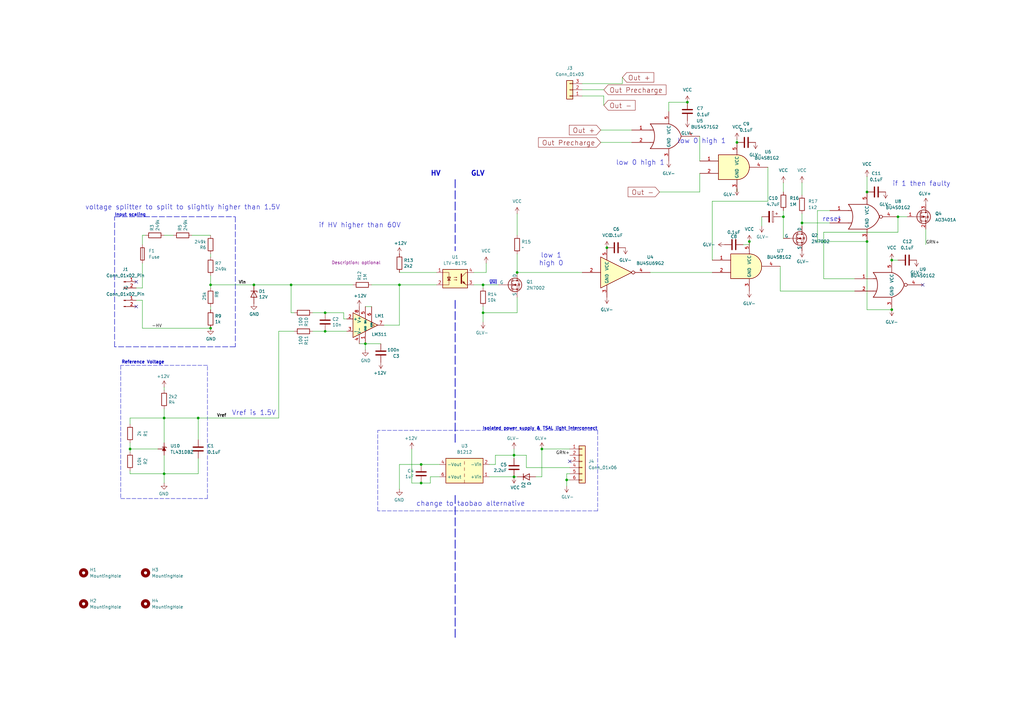
<source format=kicad_sch>
(kicad_sch (version 20231120) (generator "eeschema") (generator_version "8.0")
  (paper "A3")
  (lib_symbols
    (symbol "74xGxx:74AHC1G02"
      (property "Reference" "U" (at -2.54 3.81 0))
      (property "Value" "74AHC1G02" (at 0 -3.81 0))
      (symbol "74AHC1G02_1_1"
        (pin input line (at -15.24 2.54 0) (length 7.62) (name "~") (number "1"))
        (pin input line (at -15.24 -2.54 0) (length 7.62) (name "~") (number "2"))
        (pin power_in line (at 0 -10.16 90) (length 5.08) (name "GND") (number "3"))
        (pin output inverted (at 12.7 0 180) (length 7.62) (name "~") (number "4"))
        (pin power_in line (at 0 10.16 270) (length 5.08) (name "VCC") (number "5"))
      )
    )
    (symbol "74xGxx:74AHC1G04"
      (property "Reference" "U" (at -2.54 3.81 0))
      (property "Value" "74AHC1G04" (at 0 -3.81 0))
      (symbol "74AHC1G04_1_1"
        (pin input line (at -15.24 0 0) (length 7.62) (name "~") (number "2"))
        (pin power_in line (at -5.08 -10.16 90) (length 5.08) (name "GND") (number "3"))
        (pin output inverted (at 12.7 0 180) (length 7.62) (name "~") (number "4"))
        (pin power_in line (at -5.08 10.16 270) (length 5.08) (name "VCC") (number "5"))
      )
    )
    (symbol "74xGxx:74AHC1G08"
      (property "Reference" "U" (at -2.54 3.81 0))
      (property "Value" "74AHC1G08" (at 0 -3.81 0))
      (symbol "74AHC1G08_1_1"
        (pin input line (at -15.24 2.54 0) (length 7.62) (name "~") (number "1"))
        (pin input line (at -15.24 -2.54 0) (length 7.62) (name "~") (number "2"))
        (pin power_in line (at 0 -10.16 90) (length 5.08) (name "GND") (number "3"))
        (pin output line (at 12.7 0 180) (length 7.62) (name "~") (number "4"))
        (pin power_in line (at 0 10.16 270) (length 5.08) (name "VCC") (number "5"))
      )
    )
    (symbol "74xGxx:74AHC1G32"
      (property "Reference" "U" (at -2.54 3.81 0))
      (property "Value" "74AHC1G32" (at 0 -3.81 0))
      (symbol "74AHC1G32_1_1"
        (pin input line (at -15.24 2.54 0) (length 7.62) (name "~") (number "1"))
        (pin input line (at -15.24 -2.54 0) (length 7.62) (name "~") (number "2"))
        (pin power_in line (at 0 -10.16 90) (length 5.08) (name "GND") (number "3"))
        (pin output line (at 12.7 0 180) (length 7.62) (name "~") (number "4"))
        (pin power_in line (at 0 10.16 270) (length 5.08) (name "VCC") (number "5"))
      )
    )
    (symbol "Comparator:LM311" (pin_names (offset 0.127))
      (property "Reference" "U" (at 3.81 6.35 0))
      (property "Value" "LM311" (at 3.81 3.81 0))
      (symbol "LM311_1_1"
        (pin passive line (at 0 -7.62 90) (length 5.08) (name "GND") (number "1"))
        (pin input line (at -7.62 2.54 0) (length 2.54) (name "+") (number "2"))
        (pin input line (at -7.62 -2.54 0) (length 2.54) (name "-") (number "3"))
        (pin power_in line (at -2.54 -7.62 90) (length 3.81) (name "V-") (number "4"))
        (pin input line (at 0 7.62 270) (length 5.08) (name "BAL") (number "5"))
        (pin input line (at 2.54 7.62 270) (length 6.35) (name "STRB") (number "6"))
        (pin open_collector line (at 7.62 0 180) (length 2.54) (name "~") (number "7"))
        (pin power_in line (at -2.54 7.62 270) (length 3.81) (name "V+") (number "8"))
      )
    )
    (symbol "Connector:Conn_01x02_Pin" (pin_names (offset 1.016) hide)
      (property "Reference" "J" (at 0 2.54 0))
      (property "Value" "Conn_01x02_Pin" (at 0 -5.08 0))
      (symbol "Conn_01x02_Pin_1_1"
        (pin passive line (at 5.08 0 180) (length 3.81) (name "Pin_1") (number "1"))
        (pin passive line (at 5.08 -2.54 180) (length 3.81) (name "Pin_2") (number "2"))
      )
    )
    (symbol "Connector_Generic:Conn_01x03" (pin_names (offset 1.016) hide)
      (property "Reference" "J" (at 0 5.08 0))
      (property "Value" "Conn_01x03" (at 0 -5.08 0))
      (symbol "Conn_01x03_1_1"
        (pin passive line (at -5.08 2.54 0) (length 3.81) (name "Pin_1") (number "1"))
        (pin passive line (at -5.08 0 0) (length 3.81) (name "Pin_2") (number "2"))
        (pin passive line (at -5.08 -2.54 0) (length 3.81) (name "Pin_3") (number "3"))
      )
    )
    (symbol "Connector_Generic:Conn_01x06" (pin_names (offset 1.016) hide)
      (property "Reference" "J" (at 0 7.62 0))
      (property "Value" "Conn_01x06" (at 0 -10.16 0))
      (symbol "Conn_01x06_1_1"
        (pin passive line (at -5.08 5.08 0) (length 3.81) (name "Pin_1") (number "1"))
        (pin passive line (at -5.08 2.54 0) (length 3.81) (name "Pin_2") (number "2"))
        (pin passive line (at -5.08 0 0) (length 3.81) (name "Pin_3") (number "3"))
        (pin passive line (at -5.08 -2.54 0) (length 3.81) (name "Pin_4") (number "4"))
        (pin passive line (at -5.08 -5.08 0) (length 3.81) (name "Pin_5") (number "5"))
        (pin passive line (at -5.08 -7.62 0) (length 3.81) (name "Pin_6") (number "6"))
      )
    )
    (symbol "Converter_DCDC:TBA2-1212"
      (property "Reference" "U" (at -6.35 6.35 0))
      (property "Value" "TBA2-1212" (at 2.54 6.35 0))
      (symbol "TBA2-1212_1_1"
        (pin power_in line (at -10.16 2.54 0) (length 2.54) (name "+Vin") (number "1"))
        (pin power_in line (at -10.16 -2.54 0) (length 2.54) (name "-Vin") (number "2"))
        (pin power_out line (at 10.16 -2.54 180) (length 2.54) (name "-Vout") (number "4"))
        (pin power_out line (at 10.16 2.54 180) (length 2.54) (name "+Vout") (number "6"))
      )
    )
    (symbol "Device:C" (pin_numbers hide) (pin_names (offset 0.254))
      (property "Reference" "C" (at 0.635 2.54 0))
      (property "Value" "C" (at 0.635 -2.54 0))
      (symbol "C_1_1"
        (pin passive line (at 0 3.81 270) (length 2.794) (name "~") (number "1"))
        (pin passive line (at 0 -3.81 90) (length 2.794) (name "~") (number "2"))
      )
    )
    (symbol "Device:C_Polarized" (pin_numbers hide) (pin_names (offset 0.254))
      (property "Reference" "C" (at 0.635 2.54 0))
      (property "Value" "C_Polarized" (at 0.635 -2.54 0))
      (symbol "C_Polarized_1_1"
        (pin passive line (at 0 3.81 270) (length 2.794) (name "~") (number "1"))
        (pin passive line (at 0 -3.81 90) (length 2.794) (name "~") (number "2"))
      )
    )
    (symbol "Device:D" (pin_numbers hide) (pin_names (offset 1.016) hide)
      (property "Reference" "D" (at 0 2.54 0))
      (property "Value" "D" (at 0 -2.54 0))
      (symbol "D_1_1"
        (pin passive line (at -3.81 0 0) (length 2.54) (name "K") (number "1"))
        (pin passive line (at 3.81 0 180) (length 2.54) (name "A") (number "2"))
      )
    )
    (symbol "Device:D_Zener" (pin_numbers hide) (pin_names (offset 1.016) hide)
      (property "Reference" "D" (at 0 2.54 0))
      (property "Value" "D_Zener" (at 0 -2.54 0))
      (symbol "D_Zener_1_1"
        (pin passive line (at -3.81 0 0) (length 2.54) (name "K") (number "1"))
        (pin passive line (at 3.81 0 180) (length 2.54) (name "A") (number "2"))
      )
    )
    (symbol "Device:Fuse" (pin_numbers hide) (pin_names (offset 0))
      (property "Reference" "F" (at 2.032 0 90))
      (property "Value" "Fuse" (at -1.905 0 90))
      (symbol "Fuse_1_1"
        (pin passive line (at 0 3.81 270) (length 1.27) (name "~") (number "1"))
        (pin passive line (at 0 -3.81 90) (length 1.27) (name "~") (number "2"))
      )
    )
    (symbol "Device:R" (pin_numbers hide) (pin_names (offset 0))
      (property "Reference" "R" (at 2.032 0 90))
      (property "Value" "R" (at 0 0 90))
      (symbol "R_1_1"
        (pin passive line (at 0 3.81 270) (length 1.27) (name "~") (number "1"))
        (pin passive line (at 0 -3.81 90) (length 1.27) (name "~") (number "2"))
      )
    )
    (symbol "Isolator:LTV-817S" (pin_names (offset 1.016))
      (property "Reference" "U" (at -3.81 5.08 0))
      (property "Value" "LTV-817S" (at 0 -5.08 0))
      (symbol "LTV-817S_1_1"
        (pin passive line (at -7.62 2.54 0) (length 2.54) (name "~") (number "1"))
        (pin passive line (at -7.62 -2.54 0) (length 2.54) (name "~") (number "2"))
        (pin passive line (at 7.62 -2.54 180) (length 2.54) (name "~") (number "3"))
        (pin passive line (at 7.62 2.54 180) (length 2.54) (name "~") (number "4"))
      )
    )
    (symbol "Mechanical:MountingHole" (pin_names (offset 1.016)) (exclude_from_sim yes) (in_bom no)
      (property "Reference" "H" (at 0 5.08 0))
      (property "Value" "MountingHole" (at 0 3.175 0))
    )
    (symbol "Reference_Voltage:TL431DBZ" (pin_numbers hide) (pin_names hide)
      (property "Reference" "U" (at -2.54 2.54 0))
      (property "Value" "TL431DBZ" (at 0 -2.54 0))
      (symbol "TL431DBZ_1_1"
        (pin passive line (at 2.54 0 180) (length 2.54) (name "K") (number "1"))
        (pin passive line (at 0 2.54 270) (length 2.54) (name "REF") (number "2"))
        (pin passive line (at -2.54 0 0) (length 2.54) (name "A") (number "3"))
      )
    )
    (symbol "Simulation_SPICE:NMOS" (pin_numbers hide) (pin_names (offset 0))
      (property "Reference" "Q" (at 5.08 1.27 0))
      (property "Value" "NMOS" (at 5.08 -1.27 0))
      (symbol "NMOS_1_1"
        (pin passive line (at 2.54 5.08 270) (length 2.54) (name "D") (number "1"))
        (pin input line (at -5.08 0 0) (length 2.54) (name "G") (number "2"))
        (pin passive line (at 2.54 -5.08 90) (length 2.54) (name "S") (number "3"))
      )
    )
    (symbol "Transistor_FET:AO3401A" (pin_names hide)
      (property "Reference" "Q" (at 5.08 1.905 0))
      (property "Value" "AO3401A" (at 5.08 0 0))
      (symbol "AO3401A_1_1"
        (pin input line (at -5.08 0 0) (length 2.54) (name "G") (number "1"))
        (pin passive line (at 2.54 -5.08 90) (length 2.54) (name "S") (number "2"))
        (pin passive line (at 2.54 5.08 270) (length 2.54) (name "D") (number "3"))
      )
    )
    (symbol "power-symbol-library:GLV+" (power) (pin_names (offset 0))
      (property "Value" "GLV+" (at 0 3.81 0))
      (symbol "GLV+_1_1"
        (pin power_in line (at 0 0 90) (length 0) hide (name "GLV+") (number "1"))
      )
    )
    (symbol "power-symbol-library:GLV-" (power) (pin_names (offset 0))
      (property "Value" "GLV-" (at 0 3.81 0))
      (symbol "GLV-_1_1"
        (pin power_in line (at 0 0 90) (length 0) hide (name "GLV-") (number "1"))
      )
    )
    (symbol "power:+12V" (power) (pin_numbers hide) (pin_names (offset 0) hide)
      (property "Value" "+12V" (at 0 3.556 0))
      (symbol "+12V_1_1"
        (pin power_in line (at 0 0 90) (length 0) (name "~") (number "1"))
      )
    )
    (symbol "power:GND" (power) (pin_numbers hide) (pin_names (offset 0) hide)
      (property "Value" "GND" (at 0 -3.81 0))
      (symbol "GND_1_1"
        (pin power_in line (at 0 0 270) (length 0) (name "~") (number "1"))
      )
    )
    (symbol "power:VCC" (power) (pin_numbers hide) (pin_names (offset 0) hide)
      (property "Value" "VCC" (at 0 3.556 0))
      (symbol "VCC_1_1"
        (pin power_in line (at 0 0 90) (length 0) (name "~") (number "1"))
      )
    )
  )
  (junction (at 248.92 101.6))
  (junction (at 210.82 186.69))
  (junction (at 355.6 78.74))
  (junction (at 355.6 99.06))
  (junction (at 302.26 58.42))
  (junction (at 307.34 99.06))
  (junction (at 210.82 195.58))
  (junction (at 133.35 128.27))
  (junction (at 149.86 140.97))
  (junction (at 67.31 171.45))
  (junction (at 119.38 116.84))
  (junction (at 163.83 116.84))
  (junction (at 172.72 198.12))
  (junction (at 232.41 196.85))
  (junction (at 198.12 116.84))
  (junction (at 198.12 128.27))
  (junction (at 368.3 88.9))
  (junction (at 365.76 106.68))
  (junction (at 321.31 88.9))
  (junction (at 281.94 41.91))
  (junction (at 86.36 134.62))
  (junction (at 67.31 194.31))
  (junction (at 172.72 190.5))
  (junction (at 212.09 111.76))
  (junction (at 53.34 184.15))
  (junction (at 222.25 184.15))
  (junction (at 365.76 127))
  (junction (at 133.35 135.89))
  (junction (at 328.93 91.44))
  (junction (at 86.36 116.84))
  (junction (at 104.14 116.84))
  (junction (at 81.28 171.45))
  (no_connect (at 55.88 115.57))
  (no_connect (at 378.46 116.84))
  (no_connect (at 55.88 125.73))
  (no_connect (at 233.68 189.23))
  (wire (pts (xy 172.72 198.12) (xy 168.91 198.12)))
  (wire (pts (xy 328.93 91.44) (xy 328.93 92.71)))
  (wire (pts (xy 67.31 186.69) (xy 67.31 194.31)))
  (wire (pts (xy 163.83 116.84) (xy 179.07 116.84)))
  (wire (pts (xy 58.42 134.62) (xy 86.36 134.62)))
  (wire (pts (xy 163.83 133.35) (xy 157.48 133.35)))
  (wire (pts (xy 266.7 111.76) (xy 292.1 111.76)))
  (wire (pts (xy 320.04 119.38) (xy 320.04 109.22)))
  (wire (pts (xy 233.68 191.77) (xy 215.9 191.77)))
  (wire (pts (xy 133.35 135.89) (xy 142.24 135.89)))
  (wire (pts (xy 312.42 92.71) (xy 312.42 88.9)))
  (polyline (pts (xy 245.11 176.53) (xy 245.11 209.55)) (stroke (width 0) (type dash)))
  (wire (pts (xy 86.36 116.84) (xy 104.14 116.84)))
  (wire (pts (xy 168.91 184.15) (xy 168.91 198.12)))
  (wire (pts (xy 67.31 96.52) (xy 71.12 96.52)))
  (wire (pts (xy 163.83 111.76) (xy 179.07 111.76)))
  (wire (pts (xy 198.12 128.27) (xy 198.12 132.08)))
  (wire (pts (xy 86.36 118.11) (xy 86.36 116.84)))
  (wire (pts (xy 203.2 190.5) (xy 200.66 190.5)))
  (polyline (pts (xy 96.52 142.24) (xy 46.99 142.24)) (stroke (width 0.2032) (type dash)))
  (wire (pts (xy 198.12 125.73) (xy 198.12 128.27)))
  (wire (pts (xy 53.34 171.45) (xy 67.31 171.45)))
  (wire (pts (xy 335.28 99.06) (xy 355.6 99.06)))
  (wire (pts (xy 212.09 104.14) (xy 212.09 111.76)))
  (wire (pts (xy 176.53 198.12) (xy 176.53 195.58)))
  (wire (pts (xy 368.3 106.68) (xy 365.76 106.68)))
  (wire (pts (xy 58.42 96.52) (xy 59.69 96.52)))
  (wire (pts (xy 81.28 171.45) (xy 114.3 171.45)))
  (wire (pts (xy 233.68 194.31) (xy 232.41 194.31)))
  (wire (pts (xy 355.6 127) (xy 365.76 127)))
  (polyline (pts (xy 46.99 88.9) (xy 96.52 88.9)) (stroke (width 0.2032) (type dash)))
  (wire (pts (xy 58.42 123.19) (xy 55.88 123.19)))
  (wire (pts (xy 368.3 95.25) (xy 368.3 88.9)))
  (polyline (pts (xy 46.99 142.24) (xy 46.99 88.9)) (stroke (width 0.2032) (type dash)))
  (polyline (pts (xy 245.11 176.53) (xy 154.94 176.53)) (stroke (width 0) (type dash)))
  (wire (pts (xy 119.38 128.27) (xy 120.65 128.27)))
  (wire (pts (xy 328.93 91.44) (xy 340.36 91.44)))
  (wire (pts (xy 232.41 194.31) (xy 232.41 196.85)))
  (wire (pts (xy 355.6 72.39) (xy 355.6 78.74)))
  (wire (pts (xy 212.09 87.63) (xy 212.09 96.52)))
  (wire (pts (xy 200.66 195.58) (xy 210.82 195.58)))
  (polyline (pts (xy 186.69 123.19) (xy 186.69 181.61)) (stroke (width 0.3048) (type dash)))
  (wire (pts (xy 198.12 116.84) (xy 198.12 118.11)))
  (wire (pts (xy 140.97 130.81) (xy 140.97 128.27)))
  (wire (pts (xy 199.39 111.76) (xy 194.31 111.76)))
  (wire (pts (xy 133.35 128.27) (xy 128.27 128.27)))
  (wire (pts (xy 215.9 191.77) (xy 215.9 186.69)))
  (wire (pts (xy 314.96 82.55) (xy 292.1 82.55)))
  (wire (pts (xy 368.3 88.9) (xy 372.11 88.9)))
  (wire (pts (xy 53.34 184.15) (xy 64.77 184.15)))
  (wire (pts (xy 320.04 119.38) (xy 350.52 119.38)))
  (wire (pts (xy 176.53 198.12) (xy 172.72 198.12)))
  (wire (pts (xy 149.86 140.97) (xy 156.21 140.97)))
  (wire (pts (xy 172.72 190.5) (xy 180.34 190.5)))
  (wire (pts (xy 307.34 100.33) (xy 307.34 99.06)))
  (wire (pts (xy 203.2 186.69) (xy 203.2 190.5)))
  (wire (pts (xy 328.93 87.63) (xy 328.93 91.44)))
  (polyline (pts (xy 85.09 204.47) (xy 85.09 149.86)) (stroke (width 0) (type dash)))
  (wire (pts (xy 255.27 31.75) (xy 255.27 34.29)))
  (wire (pts (xy 53.34 181.61) (xy 53.34 184.15)))
  (wire (pts (xy 86.36 104.14) (xy 86.36 105.41)))
  (wire (pts (xy 274.32 41.91) (xy 281.94 41.91)))
  (wire (pts (xy 119.38 116.84) (xy 144.78 116.84)))
  (polyline (pts (xy 85.09 149.86) (xy 49.53 149.86)) (stroke (width 0) (type dash)))
  (wire (pts (xy 58.42 123.19) (xy 58.42 134.62)))
  (wire (pts (xy 340.36 86.36) (xy 335.28 86.36)))
  (wire (pts (xy 212.09 121.92) (xy 212.09 128.27)))
  (wire (pts (xy 232.41 196.85) (xy 232.41 199.39)))
  (wire (pts (xy 321.31 88.9) (xy 321.31 97.79)))
  (wire (pts (xy 247.65 43.18) (xy 247.65 39.37)))
  (wire (pts (xy 53.34 171.45) (xy 53.34 173.99)))
  (polyline (pts (xy 186.69 203.2) (xy 186.69 261.62)) (stroke (width 0.3048) (type dash)))
  (wire (pts (xy 337.82 114.3) (xy 350.52 114.3)))
  (wire (pts (xy 81.28 187.96) (xy 81.28 194.31)))
  (wire (pts (xy 198.12 116.84) (xy 204.47 116.84)))
  (wire (pts (xy 149.86 140.97) (xy 149.86 143.51)))
  (wire (pts (xy 287.02 78.74) (xy 287.02 71.12)))
  (wire (pts (xy 222.25 195.58) (xy 219.71 195.58)))
  (wire (pts (xy 67.31 160.02) (xy 67.31 158.75)))
  (wire (pts (xy 78.74 96.52) (xy 86.36 96.52)))
  (polyline (pts (xy 186.69 73.66) (xy 186.69 102.87)) (stroke (width 0.3048) (type dash)))
  (wire (pts (xy 320.04 88.9) (xy 321.31 88.9)))
  (wire (pts (xy 198.12 116.84) (xy 194.31 116.84)))
  (polyline (pts (xy 96.52 88.9) (xy 96.52 142.24)) (stroke (width 0.2032) (type dash)))
  (wire (pts (xy 212.09 195.58) (xy 210.82 195.58)))
  (wire (pts (xy 152.4 116.84) (xy 163.83 116.84)))
  (wire (pts (xy 142.24 130.81) (xy 140.97 130.81)))
  (wire (pts (xy 335.28 86.36) (xy 335.28 99.06)))
  (wire (pts (xy 81.28 194.31) (xy 67.31 194.31)))
  (wire (pts (xy 163.83 200.66) (xy 163.83 190.5)))
  (wire (pts (xy 114.3 135.89) (xy 114.3 171.45)))
  (wire (pts (xy 233.68 196.85) (xy 232.41 196.85)))
  (wire (pts (xy 222.25 184.15) (xy 222.25 195.58)))
  (wire (pts (xy 67.31 167.64) (xy 67.31 171.45)))
  (wire (pts (xy 302.26 77.47) (xy 302.26 78.74)))
  (wire (pts (xy 337.82 95.25) (xy 368.3 95.25)))
  (wire (pts (xy 53.34 184.15) (xy 53.34 185.42)))
  (wire (pts (xy 302.26 57.15) (xy 302.26 58.42)))
  (wire (pts (xy 163.83 133.35) (xy 163.83 116.84)))
  (wire (pts (xy 212.09 128.27) (xy 198.12 128.27)))
  (wire (pts (xy 215.9 186.69) (xy 210.82 186.69)))
  (wire (pts (xy 176.53 195.58) (xy 180.34 195.58)))
  (wire (pts (xy 58.42 100.33) (xy 58.42 96.52)))
  (wire (pts (xy 58.42 107.95) (xy 58.42 118.11)))
  (wire (pts (xy 321.31 86.36) (xy 321.31 88.9)))
  (wire (pts (xy 246.38 53.34) (xy 259.08 53.34)))
  (wire (pts (xy 104.14 116.84) (xy 119.38 116.84)))
  (wire (pts (xy 86.36 113.03) (xy 86.36 116.84)))
  (wire (pts (xy 210.82 186.69) (xy 203.2 186.69)))
  (wire (pts (xy 53.34 194.31) (xy 67.31 194.31)))
  (wire (pts (xy 328.93 74.93) (xy 328.93 80.01)))
  (wire (pts (xy 67.31 171.45) (xy 67.31 181.61)))
  (wire (pts (xy 114.3 135.89) (xy 120.65 135.89)))
  (wire (pts (xy 314.96 68.58) (xy 314.96 82.55)))
  (wire (pts (xy 86.36 125.73) (xy 86.36 127)))
  (wire (pts (xy 270.51 78.74) (xy 287.02 78.74)))
  (wire (pts (xy 152.4 125.73) (xy 149.86 125.73)))
  (wire (pts (xy 337.82 95.25) (xy 337.82 114.3)))
  (wire (pts (xy 199.39 107.95) (xy 199.39 111.76)))
  (wire (pts (xy 355.6 99.06) (xy 355.6 127)))
  (wire (pts (xy 140.97 128.27) (xy 133.35 128.27)))
  (wire (pts (xy 247.65 39.37) (xy 238.76 39.37)))
  (wire (pts (xy 246.38 58.42) (xy 259.08 58.42)))
  (wire (pts (xy 55.88 118.11) (xy 58.42 118.11)))
  (polyline (pts (xy 49.53 204.47) (xy 85.09 204.47)) (stroke (width 0) (type dash)))
  (polyline (pts (xy 154.94 209.55) (xy 154.94 176.53)) (stroke (width 0) (type dash)))
  (wire (pts (xy 379.73 100.33) (xy 379.73 93.98)))
  (wire (pts (xy 247.65 36.83) (xy 238.76 36.83)))
  (wire (pts (xy 210.82 186.69) (xy 210.82 187.96)))
  (wire (pts (xy 304.8 100.33) (xy 307.34 100.33)))
  (wire (pts (xy 163.83 190.5) (xy 172.72 190.5)))
  (wire (pts (xy 255.27 34.29) (xy 238.76 34.29)))
  (wire (pts (xy 210.82 184.15) (xy 210.82 186.69)))
  (wire (pts (xy 222.25 184.15) (xy 233.68 184.15)))
  (wire (pts (xy 67.31 171.45) (xy 81.28 171.45)))
  (wire (pts (xy 292.1 82.55) (xy 292.1 106.68)))
  (wire (pts (xy 287.02 55.88) (xy 287.02 66.04)))
  (wire (pts (xy 212.09 111.76) (xy 238.76 111.76)))
  (wire (pts (xy 67.31 194.31) (xy 67.31 198.12)))
  (wire (pts (xy 119.38 116.84) (xy 119.38 128.27)))
  (polyline (pts (xy 49.53 149.86) (xy 49.53 204.47)) (stroke (width 0) (type dash)))
  (wire (pts (xy 321.31 74.93) (xy 321.31 78.74)))
  (polyline (pts (xy 245.11 209.55) (xy 154.94 209.55)) (stroke (width 0) (type dash)))
  (wire (pts (xy 53.34 194.31) (xy 53.34 193.04)))
  (wire (pts (xy 128.27 135.89) (xy 133.35 135.89)))
  (wire (pts (xy 81.28 171.45) (xy 81.28 180.34)))
  (wire (pts (xy 274.32 41.91) (xy 274.32 45.72)))
  (wire (pts (xy 147.32 140.97) (xy 149.86 140.97)))
  (text "low 1\nhigh 0\n" (at 226.06 106.426 0) (effects (font (size 2.0066 2.0066))))
  (text "reset\n" (at 341.122 89.916 0) (effects (font (size 2.0066 2.0066))))
  (text "~{VHI}" (at 200.66 116.84 0) (effects (font (size 1.27 1.27) (thickness 0.254) (bold yes)) (justify left bottom)))
  (text "Isolated power supply & TSAL light interconnect" (at 245.11 176.53 0) (effects (font (size 1.27 1.27) (thickness 0.254) (bold yes)) (justify right bottom)))
  (text "Input scaling" (at 46.99 88.9 0) (effects (font (size 1.27 1.27) (thickness 0.254) (bold yes)) (justify left bottom)))
  (text "if 1 then faulty\n" (at 377.952 75.438 0) (effects (font (size 2.0066 2.0066))))
  (text "GLV" (at 193.04 72.39 0) (effects (font (size 2.0066 2.0066) (thickness 0.4013) (bold yes)) (justify left bottom)))
  (text "Vref is 1.5V\n" (at 104.14 169.418 0) (effects (font (size 2.0066 2.0066))))
  (text "HV" (at 176.53 72.39 0) (effects (font (size 2.0066 2.0066) (thickness 0.4013) (bold yes)) (justify left bottom)))
  (text "low 0 high 1\n" (at 287.782 57.912 0) (effects (font (size 2.0066 2.0066))))
  (text "if HV higher than 60V " (at 148.336 92.456 0) (effects (font (size 2.0066 2.0066))))
  (text "low 0 high 1\n" (at 262.636 66.802 0) (effects (font (size 2.0066 2.0066))))
  (text "Reference Voltage" (at 49.784 149.352 0) (effects (font (size 1.27 1.27) (thickness 0.254) (bold yes)) (justify left bottom)))
  (text "voltage splitter to split to slightly higher than 1.5V" (at 74.93 85.09 0) (effects (font (size 2.0066 2.0066))))
  (text "change to taobao alternative\n\n" (at 193.04 208.28 0) (effects (font (size 2.0066 2.0066))))
  (label "Vref" (at 88.9 171.45 0) (effects (font (thickness 0.254) (bold yes))))
  (label "Vin" (at 97.79 116.84 0) (effects (font (thickness 0.254) (bold yes))))
  (label "GRN+" (at 233.68 186.69 180))
  (label "GRN+" (at 379.73 100.33 0))
  (label "-HV" (at 62.23 134.62 0))
  (global_label "Out Precharge" (shape input) (at 246.38 58.42 180) (effects (font (size 2.0066 2.0066))) (property "Intersheetrefs" "${INTERSHEET_REFS}" (effects (hide yes))))
  (global_label "Out +" (shape input) (at 255.27 31.75 0) (effects (font (size 2.0066 2.0066))) (property "Intersheetrefs" "${INTERSHEET_REFS}" (effects (hide yes))))
  (global_label "Out -" (shape input) (at 247.65 43.18 0) (effects (font (size 2.0066 2.0066))) (property "Intersheetrefs" "${INTERSHEET_REFS}" (effects (hide yes))))
  (global_label "Out -" (shape input) (at 270.51 78.74 180) (effects (font (size 2.0066 2.0066))) (property "Intersheetrefs" "${INTERSHEET_REFS}" (effects (hide yes))))
  (global_label "Out Precharge" (shape input) (at 247.65 36.83 0) (effects (font (size 2.0066 2.0066))) (property "Intersheetrefs" "${INTERSHEET_REFS}" (effects (hide yes))))
  (global_label "Out +" (shape input) (at 246.38 53.34 180) (effects (font (size 2.0066 2.0066))) (property "Intersheetrefs" "${INTERSHEET_REFS}" (effects (hide yes))))
  (symbol (lib_id "Mechanical:MountingHole") (at 34.29 234.95 0) (unit 1) (exclude_from_sim yes) (in_bom no)
    (property "Reference" "H1" (at 36.83 233.6799 0) (effects (justify left)))
    (property "Value" "MountingHole" (at 36.83 236.2199 0) (effects (justify left)))
    (property "Footprint" "MountingHole:MountingHole_3.2mm_M3" (effects (hide yes)))
    (property "Description" "Mounting Hole without connection" (effects (hide yes)))
  )
  (symbol (lib_id "power:VCC") (at 248.92 101.6 0) (unit 1)
    (property "Reference" "#PWR018" (effects (hide yes)))
    (property "Value" "VCC" (at 248.92 96.52 0))
    (property "Description" "Power symbol creates a global label with name \"VCC\"" (effects (hide yes)))
  )
  (symbol (lib_id "power-symbol-library:GLV-") (at 365.76 127 180) (unit 1)
    (property "Reference" "#PWR037" (effects (hide yes)))
    (property "Value" "GLV-" (at 365.76 132.08 0))
  )
  (symbol (lib_id "power:VCC") (at 212.09 87.63 0) (unit 1)
    (property "Reference" "#PWR015" (effects (hide yes)))
    (property "Value" "VCC" (at 212.09 82.55 0))
    (property "Description" "Power symbol creates a global label with name \"VCC\"" (effects (hide yes)))
  )
  (symbol (lib_id "power-symbol-library:GLV-") (at 256.54 101.6 180) (unit 1)
    (property "Reference" "#PWR020" (effects (hide yes)))
    (property "Value" "GLV-" (at 256.54 106.68 0))
  )
  (symbol (lib_id "Connector:Conn_01x02_Pin") (at 50.8 123.19 0) (unit 1)
    (property "Reference" "J2" (at 51.435 118.11 0))
    (property "Value" "Conn_01x02_Pin" (at 51.435 120.65 0))
    (property "Footprint" "Connector_AMASS:AMASS_XT60-M_1x02_P7.20mm_Vertical" (effects (hide yes)))
    (property "Description" "Generic connector, single row, 01x02, script generated" (effects (hide yes)))
  )
  (symbol (lib_id "power:VCC") (at 307.34 99.06 0) (unit 1)
    (property "Reference" "#PWR027" (effects (hide yes)))
    (property "Value" "VCC" (at 307.34 93.98 0))
    (property "Description" "Power symbol creates a global label with name \"VCC\"" (effects (hide yes)))
  )
  (symbol (lib_id "power:VCC") (at 281.94 41.91 0) (unit 1)
    (property "Reference" "#PWR022" (effects (hide yes)))
    (property "Value" "VCC" (at 281.94 36.83 0))
    (property "Description" "Power symbol creates a global label with name \"VCC\"" (effects (hide yes)))
  )
  (symbol (lib_id "Device:R") (at 53.34 177.8 0) (unit 1)
    (property "Reference" "R1" (at 59.69 177.8 90))
    (property "Value" "2k" (at 57.15 177.8 90))
    (property "Footprint" "Resistor_SMD:R_0805_2012Metric_Pad1.20x1.40mm_HandSolder" (effects (hide yes)))
    (property "Description" "Resistor" (effects (hide yes)))
  )
  (symbol (lib_id "power:VCC") (at 321.31 74.93 0) (unit 1)
    (property "Reference" "#PWR031" (effects (hide yes)))
    (property "Value" "VCC" (at 321.31 69.85 0))
    (property "Description" "Power symbol creates a global label with name \"VCC\"" (effects (hide yes)))
  )
  (symbol (lib_id "Device:D") (at 215.9 195.58 0) (mirror x) (unit 1)
    (property "Reference" "D2" (at 214.7316 197.5866 90) (effects (justify left)))
    (property "Value" "D" (at 217.043 197.5866 90) (effects (justify left)))
    (property "Footprint" "Diode_SMD:D_SMA" (effects (hide yes)))
  )
  (symbol (lib_id "power-symbol-library:GLV-") (at 312.42 92.71 0) (mirror x) (unit 1)
    (property "Reference" "#PWR030" (effects (hide yes)))
    (property "Value" "GLV-" (at 312.801 97.1042 0))
  )
  (symbol (lib_id "Device:R") (at 163.83 107.95 0) (unit 1)
    (property "Reference" "R13" (at 165.608 106.7816 0) (effects (justify left)))
    (property "Value" "2k2" (at 165.608 109.093 0) (effects (justify left)))
    (property "Footprint" "Resistor_SMD:R_0805_2012Metric_Pad1.20x1.40mm_HandSolder" (effects (hide yes)))
  )
  (symbol (lib_id "power-symbol-library:GLV-") (at 210.82 184.15 0) (mirror y) (unit 1)
    (property "Reference" "#PWR013" (effects (hide yes)))
    (property "Value" "GLV-" (at 210.439 179.7558 0))
  )
  (symbol (lib_id "power:GND") (at 67.31 198.12 0) (mirror y) (unit 1)
    (property "Reference" "#PWR02" (effects (hide yes)))
    (property "Value" "GND" (at 67.183 202.5142 0))
  )
  (symbol (lib_id "Device:C") (at 252.73 101.6 270) (unit 1)
    (property "Reference" "C6" (at 252.73 93.98 90))
    (property "Value" "0.1uF" (at 252.73 96.52 90))
    (property "Footprint" "Capacitor_SMD:C_0805_2012Metric_Pad1.18x1.45mm_HandSolder" (effects (hide yes)))
    (property "Description" "Unpolarized capacitor" (effects (hide yes)))
  )
  (symbol (lib_id "power:VCC") (at 199.39 107.95 0) (unit 1)
    (property "Reference" "#PWR012" (effects (hide yes)))
    (property "Value" "VCC" (at 199.39 102.87 0))
    (property "Description" "Power symbol creates a global label with name \"VCC\"" (effects (hide yes)))
  )
  (symbol (lib_id "power-symbol-library:GLV-") (at 281.94 49.53 180) (unit 1)
    (property "Reference" "#PWR023" (effects (hide yes)))
    (property "Value" "GLV-" (at 281.94 54.61 0))
  )
  (symbol (lib_id "Device:C") (at 156.21 144.78 180) (unit 1)
    (property "Reference" "C3" (at 163.83 146.05 0) (effects (justify left)))
    (property "Value" "100n" (at 163.83 143.51 0) (effects (justify left)))
    (property "Footprint" "Capacitor_SMD:C_0805_2012Metric_Pad1.18x1.45mm_HandSolder" (effects (hide yes)))
  )
  (symbol (lib_id "power-symbol-library:GLV-") (at 248.92 121.92 180) (unit 1)
    (property "Reference" "#PWR019" (effects (hide yes)))
    (property "Value" "GLV-" (at 248.92 127 0))
  )
  (symbol (lib_id "Connector:Conn_01x02_Pin") (at 50.8 115.57 0) (unit 1)
    (property "Reference" "J1" (at 51.435 110.49 0))
    (property "Value" "Conn_01x02_Pin" (at 51.435 113.03 0))
    (property "Footprint" "Connector_AMASS:AMASS_XT60-M_1x02_P7.20mm_Vertical" (effects (hide yes)))
    (property "Description" "Generic connector, single row, 01x02, script generated" (effects (hide yes)))
  )
  (symbol (lib_id "74xGxx:74AHC1G08") (at 302.26 68.58 0) (unit 1)
    (property "Reference" "U6" (at 314.96 62.2614 0))
    (property "Value" "BU4S81G2 " (at 314.96 64.8014 0))
    (property "Footprint" "Package_TO_SOT_SMD:SOT-23-5_HandSoldering" (effects (hide yes)))
    (property "Datasheet" "https://fscdn.rohm.com/en/products/databook/datasheet/ic/logic_switch/standard_logic/bu4s81g2-e.pdf" (effects (hide yes)))
    (property "Description" "Single AND Gate, Low-Voltage CMOS" (effects (hide yes)))
  )
  (symbol (lib_id "Comparator:LM311") (at 149.86 133.35 0) (unit 1)
    (property "Reference" "LM1" (at 153.67 129.54 0) (effects (justify left)))
    (property "Value" "LM311" (at 152.4 137.16 0) (effects (justify left)))
    (property "Footprint" "Package_SO:SOIC-8_3.9x4.9mm_P1.27mm" (effects (hide yes)))
    (property "Datasheet" "http://www.ti.com/lit/ds/symlink/lm311.pdf" (effects (hide yes)))
  )
  (symbol (lib_id "Device:D_Zener") (at 104.14 120.65 270) (unit 1)
    (property "Reference" "D1" (at 106.1466 119.4816 90) (effects (justify left)))
    (property "Value" "12V" (at 106.1466 121.793 90) (effects (justify left)))
    (property "Footprint" "Diode_THT:D_DO-35_SOD27_P7.62mm_Horizontal" (effects (hide yes)))
  )
  (symbol (lib_id "power-symbol-library:GLV+") (at 379.73 83.82 0) (mirror y) (unit 1)
    (property "Reference" "#PWR039" (effects (hide yes)))
    (property "Value" "GLV+" (at 379.349 79.4258 0))
  )
  (symbol (lib_id "Device:R") (at 328.93 83.82 0) (unit 1)
    (property "Reference" "R17" (at 331.47 82.5499 0) (effects (justify left)))
    (property "Value" "1k2" (at 331.47 85.0899 0) (effects (justify left)))
    (property "Footprint" "Resistor_SMD:R_0805_2012Metric_Pad1.20x1.40mm_HandSolder" (effects (hide yes)))
    (property "Description" "Resistor" (effects (hide yes)))
  )
  (symbol (lib_id "Device:R") (at 321.31 82.55 0) (unit 1)
    (property "Reference" "R16" (at 323.85 81.2799 0) (effects (justify left)))
    (property "Value" "1M" (at 323.85 83.8199 0) (effects (justify left)))
    (property "Footprint" "Resistor_SMD:R_0805_2012Metric_Pad1.20x1.40mm_HandSolder" (effects (hide yes)))
    (property "Description" "Resistor" (effects (hide yes)))
  )
  (symbol (lib_id "power:+12V") (at 147.32 125.73 0) (unit 1)
    (property "Reference" "#PWR05" (effects (hide yes)))
    (property "Value" "+12V" (at 147.701 121.3358 0))
  )
  (symbol (lib_id "Simulation_SPICE:NMOS") (at 326.39 97.79 0) (unit 1)
    (property "Reference" "Q2" (at 332.74 96.5199 0) (effects (justify left)))
    (property "Value" "2N7002" (at 332.74 99.0599 0) (effects (justify left)))
    (property "Footprint" "Package_TO_SOT_SMD:SOT-23_Handsoldering" (effects (hide yes)))
    (property "Datasheet" "https://ngspice.sourceforge.io/docs/ngspice-html-manual/manual.xhtml#cha_MOSFETs" (effects (hide yes)))
    (property "Description" "N-MOSFET transistor, drain/source/gate" (effects (hide yes)))
    (property "Sim.Device" "NMOS" (effects (hide yes)))
    (property "Sim.Type" "VDMOS" (effects (hide yes)))
    (property "Sim.Pins" "1=D 2=G 3=S" (effects (hide yes)))
  )
  (symbol (lib_id "power:GND") (at 86.36 134.62 0) (unit 1)
    (property "Reference" "#PWR03" (effects (hide yes)))
    (property "Value" "GND" (at 86.487 139.0142 0))
  )
  (symbol (lib_id "power-symbol-library:GLV-") (at 232.41 199.39 0) (mirror x) (unit 1)
    (property "Reference" "#PWR017" (effects (hide yes)))
    (property "Value" "GLV-" (at 232.791 203.7842 0))
  )
  (symbol (lib_id "Device:R") (at 86.36 109.22 0) (unit 1)
    (property "Reference" "R7" (at 88.138 108.0516 0) (effects (justify left)))
    (property "Value" "249k" (at 88.138 110.363 0) (effects (justify left)))
    (property "Footprint" "Resistor_SMD:R_0805_2012Metric_Pad1.20x1.40mm_HandSolder" (effects (hide yes)))
  )
  (symbol (lib_id "power-symbol-library:GLV-") (at 307.34 119.38 180) (unit 1)
    (property "Reference" "#PWR028" (effects (hide yes)))
    (property "Value" "GLV-" (at 307.34 124.46 0))
  )
  (symbol (lib_id "74xGxx:74AHC1G02") (at 355.6 88.9 0) (unit 1)
    (property "Reference" "U8" (at 368.3 82.5814 0))
    (property "Value" "BU4S01G2" (at 368.3 85.1214 0))
    (property "Footprint" "Package_TO_SOT_SMD:SOT-23-5_HandSoldering" (effects (hide yes)))
    (property "Datasheet" "https://fscdn.rohm.com/en/products/databook/datasheet/ic/logic_switch/standard_logic/bu4s01g2tr-e.pdf" (effects (hide yes)))
    (property "Description" "Single NOR Gate, Low-Voltage CMOS" (effects (hide yes)))
  )
  (symbol (lib_id "Device:C") (at 81.28 184.15 0) (unit 1)
    (property "Reference" "C1" (at 85.09 182.8799 0) (effects (justify left)))
    (property "Value" "0.1uF" (at 85.09 185.4199 0) (effects (justify left)))
    (property "Footprint" "Capacitor_SMD:C_0805_2012Metric_Pad1.18x1.45mm_HandSolder" (effects (hide yes)))
    (property "Description" "Unpolarized capacitor" (effects (hide yes)))
  )
  (symbol (lib_id "Device:C") (at 306.07 58.42 270) (unit 1)
    (property "Reference" "C9" (at 306.07 50.8 90))
    (property "Value" "0.1uF" (at 306.07 53.34 90))
    (property "Footprint" "Capacitor_SMD:C_0805_2012Metric_Pad1.18x1.45mm_HandSolder" (effects (hide yes)))
    (property "Description" "Unpolarized capacitor" (effects (hide yes)))
  )
  (symbol (lib_id "74xGxx:74AHC1G08") (at 307.34 109.22 0) (unit 1)
    (property "Reference" "U7" (at 320.04 102.9014 0))
    (property "Value" "BU4S81G2 " (at 320.04 105.4414 0))
    (property "Footprint" "Package_TO_SOT_SMD:SOT-23-5_HandSoldering" (effects (hide yes)))
    (property "Datasheet" "https://fscdn.rohm.com/en/products/databook/datasheet/ic/logic_switch/standard_logic/bu4s81g2-e.pdf" (effects (hide yes)))
    (property "Description" "Single AND Gate, Low-Voltage CMOS" (effects (hide yes)))
  )
  (symbol (lib_id "power:+12V") (at 67.31 158.75 0) (mirror y) (unit 1)
    (property "Reference" "#PWR01" (effects (hide yes)))
    (property "Value" "+12V" (at 66.929 154.3558 0))
  )
  (symbol (lib_id "Device:C") (at 281.94 45.72 180) (unit 1)
    (property "Reference" "C7" (at 285.75 44.4499 0) (effects (justify right)))
    (property "Value" "0.1uF" (at 285.75 46.9899 0) (effects (justify right)))
    (property "Footprint" "Capacitor_SMD:C_0805_2012Metric_Pad1.18x1.45mm_HandSolder" (effects (hide yes)))
    (property "Description" "Unpolarized capacitor" (effects (hide yes)))
  )
  (symbol (lib_id "Device:R") (at 63.5 96.52 90) (unit 1)
    (property "Reference" "R3" (at 62.3316 94.742 0) (effects (justify left)))
    (property "Value" "249k" (at 64.643 94.742 0) (effects (justify left)))
    (property "Footprint" "Resistor_SMD:R_0805_2012Metric_Pad1.20x1.40mm_HandSolder" (effects (hide yes)))
  )
  (symbol (lib_id "Device:R") (at 67.31 163.83 0) (mirror x) (unit 1)
    (property "Reference" "R4" (at 69.088 164.9984 0) (effects (justify left)))
    (property "Value" "2k2" (at 69.088 162.687 0) (effects (justify left)))
    (property "Footprint" "Resistor_SMD:R_0805_2012Metric_Pad1.20x1.40mm_HandSolder" (effects (hide yes)))
  )
  (symbol (lib_id "power-symbol-library:GLV-") (at 328.93 102.87 0) (mirror x) (unit 1)
    (property "Reference" "#PWR033" (effects (hide yes)))
    (property "Value" "GLV-" (at 329.311 107.2642 0))
  )
  (symbol (lib_id "power:VCC") (at 210.82 195.58 0) (mirror x) (unit 1)
    (property "Reference" "#PWR014" (effects (hide yes)))
    (property "Value" "VCC" (at 211.2772 199.9742 0))
  )
  (symbol (lib_id "power:+12V") (at 163.83 104.14 0) (unit 1)
    (property "Reference" "#PWR08" (effects (hide yes)))
    (property "Value" "+12V" (at 164.211 99.7458 0))
  )
  (symbol (lib_id "power:VCC") (at 355.6 72.39 0) (unit 1)
    (property "Reference" "#PWR034" (effects (hide yes)))
    (property "Value" "VCC" (at 355.6 67.31 0))
    (property "Description" "Power symbol creates a global label with name \"VCC\"" (effects (hide yes)))
  )
  (symbol (lib_id "Device:R") (at 124.46 128.27 270) (unit 1)
    (property "Reference" "R10" (at 125.6284 130.048 0) (effects (justify left)))
    (property "Value" "100" (at 123.317 130.048 0) (effects (justify left)))
    (property "Footprint" "Resistor_SMD:R_0805_2012Metric_Pad1.20x1.40mm_HandSolder" (effects (hide yes)))
  )
  (symbol (lib_id "power-symbol-library:GLV+") (at 222.25 184.15 0) (mirror y) (unit 1)
    (property "Reference" "#PWR016" (effects (hide yes)))
    (property "Value" "GLV+" (at 221.869 179.7558 0))
  )
  (symbol (lib_id "Device:R") (at 148.59 116.84 90) (unit 1)
    (property "Reference" "R12" (at 147.4216 115.062 0) (effects (justify left)))
    (property "Value" "1M" (at 149.733 115.062 0) (effects (justify left)))
    (property "Footprint" "Resistor_SMD:R_0805_2012Metric_Pad1.20x1.40mm_HandSolder" (effects (hide yes)))
    (property "Description" "optional" (at 146.05 107.696 90) (show_name yes))
  )
  (symbol (lib_id "power-symbol-library:GLV-") (at 375.92 106.68 180) (unit 1)
    (property "Reference" "#PWR038" (effects (hide yes)))
    (property "Value" "GLV-" (at 375.92 111.76 0))
  )
  (symbol (lib_id "Connector_Generic:Conn_01x06") (at 238.76 189.23 0) (unit 1)
    (property "Reference" "J4" (at 241.3 189.2299 0) (effects (justify left)))
    (property "Value" "Conn_01x06" (at 241.3 191.7699 0) (effects (justify left)))
    (property "Footprint" "Connector_JST:JST_VH_B6P-VH_1x06_P3.96mm_Vertical" (effects (hide yes)))
    (property "Description" "Generic connector, single row, 01x06, script generated (kicad-library-utils/schlib/autogen/connector/)" (effects (hide yes)))
  )
  (symbol (lib_id "Device:R") (at 198.12 121.92 0) (unit 1)
    (property "Reference" "R14" (at 199.898 120.7516 0) (effects (justify left)))
    (property "Value" "10k" (at 199.898 123.063 0) (effects (justify left)))
    (property "Footprint" "Resistor_SMD:R_0805_2012Metric_Pad1.20x1.40mm_HandSolder" (effects (hide yes)))
  )
  (symbol (lib_id "Device:C") (at 172.72 194.31 0) (mirror y) (unit 1)
    (property "Reference" "C4" (at 169.799 193.1416 0) (effects (justify left)))
    (property "Value" "1uF" (at 169.799 195.453 0) (effects (justify left)))
    (property "Footprint" "Capacitor_SMD:C_0805_2012Metric_Pad1.18x1.45mm_HandSolder" (effects (hide yes)))
  )
  (symbol (lib_id "Device:R") (at 74.93 96.52 90) (unit 1)
    (property "Reference" "R5" (at 73.7616 94.742 0) (effects (justify left)))
    (property "Value" "249k" (at 76.073 94.742 0) (effects (justify left)))
    (property "Footprint" "Resistor_SMD:R_0805_2012Metric_Pad1.20x1.40mm_HandSolder" (effects (hide yes)))
  )
  (symbol (lib_id "Device:R") (at 86.36 130.81 0) (unit 1)
    (property "Reference" "R9" (at 88.138 129.6416 0) (effects (justify left)))
    (property "Value" "1k" (at 88.138 131.953 0) (effects (justify left)))
    (property "Footprint" "Resistor_SMD:R_0805_2012Metric_Pad1.20x1.40mm_HandSolder" (effects (hide yes)))
  )
  (symbol (lib_id "Device:R") (at 53.34 189.23 0) (unit 1)
    (property "Reference" "R2" (at 59.69 189.23 90))
    (property "Value" "10k" (at 57.15 189.23 90))
    (property "Footprint" "Resistor_SMD:R_0805_2012Metric_Pad1.20x1.40mm_HandSolder" (effects (hide yes)))
    (property "Description" "Resistor" (effects (hide yes)))
  )
  (symbol (lib_id "Transistor_FET:AO3401A") (at 377.19 88.9 0) (unit 1)
    (property "Reference" "Q4" (at 383.54 87.6299 0) (effects (justify left)))
    (property "Value" "AO3401A" (at 383.54 90.1699 0) (effects (justify left)))
    (property "Footprint" "Package_TO_SOT_SMD:SOT-23_Handsoldering" (effects (hide yes)))
    (property "Datasheet" "http://www.aosmd.com/pdfs/datasheet/AO3401A.pdf" (effects (hide yes)))
    (property "Description" "-4.0A Id, -30V Vds, P-Channel MOSFET, SOT-23" (effects (hide yes)))
  )
  (symbol (lib_id "power:VCC") (at 302.26 57.15 0) (unit 1)
    (property "Reference" "#PWR025" (effects (hide yes)))
    (property "Value" "VCC" (at 302.26 52.07 0))
    (property "Description" "Power symbol creates a global label with name \"VCC\"" (effects (hide yes)))
  )
  (symbol (lib_id "Device:R") (at 212.09 100.33 0) (unit 1)
    (property "Reference" "R15" (at 213.868 99.1616 0) (effects (justify left)))
    (property "Value" "~" (at 213.868 101.473 0) (effects (justify left)))
    (property "Footprint" "Resistor_SMD:R_0805_2012Metric_Pad1.20x1.40mm_HandSolder" (effects (hide yes)))
  )
  (symbol (lib_id "power-symbol-library:GLV-") (at 297.18 100.33 90) (unit 1)
    (property "Reference" "#PWR024" (effects (hide yes)))
    (property "Value" "GLV-" (at 293.37 100.3301 90) (effects (justify left)))
  )
  (symbol (lib_id "Device:C") (at 372.11 106.68 270) (unit 1)
    (property "Reference" "C12" (at 372.11 99.06 90))
    (property "Value" "0.1uF" (at 372.11 101.6 90))
    (property "Footprint" "Capacitor_SMD:C_0805_2012Metric_Pad1.18x1.45mm_HandSolder" (effects (hide yes)))
    (property "Description" "Unpolarized capacitor" (effects (hide yes)))
  )
  (symbol (lib_id "power-symbol-library:GLV-") (at 274.32 66.04 180) (unit 1)
    (property "Reference" "#PWR021" (effects (hide yes)))
    (property "Value" "GLV-" (at 274.32 71.12 0))
  )
  (symbol (lib_id "power:+12V") (at 168.91 184.15 0) (mirror y) (unit 1)
    (property "Reference" "#PWR010" (effects (hide yes)))
    (property "Value" "+12V" (at 168.529 179.7558 0))
  )
  (symbol (lib_id "Reference_Voltage:TL431DBZ") (at 67.31 184.15 90) (unit 1)
    (property "Reference" "U10" (at 69.85 182.8799 90) (effects (justify right)))
    (property "Value" "TL431DBZ" (at 69.85 185.4199 90) (effects (justify right)))
    (property "Footprint" "Package_TO_SOT_SMD:SOT-23_Handsoldering" (effects (hide yes)))
    (property "Datasheet" "http://www.ti.com/lit/ds/symlink/tl431.pdf" (effects (hide yes)))
    (property "Description" "Shunt Regulator, SOT-23" (effects (hide yes)))
  )
  (symbol (lib_id "power-symbol-library:GLV-") (at 198.12 132.08 180) (unit 1)
    (property "Reference" "#PWR011" (effects (hide yes)))
    (property "Value" "GLV-" (at 197.739 136.4742 0))
  )
  (symbol (lib_id "74xGxx:74AHC1G04") (at 254 111.76 0) (unit 1)
    (property "Reference" "U4" (at 266.7 105.4414 0))
    (property "Value" "BU4SU69G2" (at 266.7 107.9814 0))
    (property "Footprint" "Package_TO_SOT_SMD:SOT-23-5_HandSoldering" (effects (hide yes)))
    (property "Datasheet" "https://fscdn.rohm.com/en/products/databook/datasheet/ic/logic_switch/standard_logic/bu4su69g2-e.pdf" (effects (hide yes)))
    (property "Description" "Single NOT Gate, Low-Voltage CMOS" (effects (hide yes)))
  )
  (symbol (lib_id "Mechanical:MountingHole") (at 59.69 247.65 0) (unit 1) (exclude_from_sim yes) (in_bom no)
    (property "Reference" "H4" (at 62.23 246.3799 0) (effects (justify left)))
    (property "Value" "MountingHole" (at 62.23 248.9199 0) (effects (justify left)))
    (property "Footprint" "MountingHole:MountingHole_3.2mm_M3" (effects (hide yes)))
    (property "Description" "Mounting Hole without connection" (effects (hide yes)))
  )
  (symbol (lib_id "Device:Fuse") (at 58.42 104.14 0) (unit 1)
    (property "Reference" "F1" (at 60.96 102.8699 0) (effects (justify left)))
    (property "Value" "Fuse" (at 60.96 105.4099 0) (effects (justify left)))
    (property "Footprint" "Fuse:Fuse_0805_2012Metric_Pad1.15x1.40mm_HandSolder" (effects (hide yes)))
    (property "Description" "Fuse" (effects (hide yes)))
  )
  (symbol (lib_id "Mechanical:MountingHole") (at 59.69 234.95 0) (unit 1) (exclude_from_sim yes) (in_bom no)
    (property "Reference" "H3" (at 62.23 233.6799 0) (effects (justify left)))
    (property "Value" "MountingHole" (at 62.23 236.2199 0) (effects (justify left)))
    (property "Footprint" "MountingHole:MountingHole_3.2mm_M3" (effects (hide yes)))
    (property "Description" "Mounting Hole without connection" (effects (hide yes)))
  )
  (symbol (lib_id "power:+12V") (at 156.21 148.59 180) (unit 1)
    (property "Reference" "#PWR07" (effects (hide yes)))
    (property "Value" "+12V" (at 155.829 152.9842 0))
  )
  (symbol (lib_id "Device:R") (at 86.36 100.33 180) (unit 1)
    (property "Reference" "R6" (at 84.582 101.4984 0) (effects (justify left)))
    (property "Value" "249k" (at 84.582 99.187 0) (effects (justify left)))
    (property "Footprint" "Resistor_SMD:R_0805_2012Metric_Pad1.20x1.40mm_HandSolder" (effects (hide yes)))
  )
  (symbol (lib_id "Device:C") (at 359.41 78.74 270) (unit 1)
    (property "Reference" "C11" (at 359.41 71.12 90))
    (property "Value" "0.1uF" (at 359.41 73.66 90))
    (property "Footprint" "Capacitor_SMD:C_0805_2012Metric_Pad1.18x1.45mm_HandSolder" (effects (hide yes)))
    (property "Description" "Unpolarized capacitor" (effects (hide yes)))
  )
  (symbol (lib_id "74xGxx:74AHC1G32") (at 274.32 55.88 0) (unit 1)
    (property "Reference" "U5" (at 287.02 49.5614 0))
    (property "Value" "BUS4S71G2" (at 289.052 52.07 0))
    (property "Footprint" "Package_TO_SOT_SMD:SOT-23-5_HandSoldering" (effects (hide yes)))
    (property "Datasheet" "https://fscdn.rohm.com/en/products/databook/datasheet/ic/logic_switch/standard_logic/bu4s71g2-e.pdf" (effects (hide yes)))
    (property "Description" "Single OR Gate, Low-Voltage CMOS" (effects (hide yes)))
  )
  (symbol (lib_id "Connector_Generic:Conn_01x03") (at 233.68 36.83 180) (unit 1)
    (property "Reference" "J3" (at 233.68 27.94 0))
    (property "Value" "Conn_01x03" (at 233.68 30.48 0))
    (property "Footprint" "Connector_JST:JST_VH_B3P-VH_1x03_P3.96mm_Vertical" (effects (hide yes)))
    (property "Description" "Generic connector, single row, 01x03, script generated (kicad-library-utils/schlib/autogen/connector/)" (effects (hide yes)))
  )
  (symbol (lib_id "Device:R") (at 124.46 135.89 270) (unit 1)
    (property "Reference" "R11" (at 125.6284 137.668 0) (effects (justify left)))
    (property "Value" "100" (at 123.317 137.668 0) (effects (justify left)))
    (property "Footprint" "Resistor_SMD:R_0805_2012Metric_Pad1.20x1.40mm_HandSolder" (effects (hide yes)))
  )
  (symbol (lib_id "power-symbol-library:GLV-") (at 309.88 58.42 180) (unit 1)
    (property "Reference" "#PWR029" (effects (hide yes)))
    (property "Value" "GLV-" (at 309.88 63.5 0))
  )
  (symbol (lib_id "Device:C") (at 133.35 132.08 0) (unit 1)
    (property "Reference" "C2" (at 136.271 130.9116 0) (effects (justify left)))
    (property "Value" "10n" (at 136.271 133.223 0) (effects (justify left)))
    (property "Footprint" "Capacitor_SMD:C_0805_2012Metric_Pad1.18x1.45mm_HandSolder" (effects (hide yes)))
  )
  (symbol (lib_id "Device:C") (at 210.82 191.77 0) (mirror y) (unit 1)
    (property "Reference" "C5" (at 207.899 190.6016 0) (effects (justify left)))
    (property "Value" "2.2uF" (at 207.899 192.913 0) (effects (justify left)))
    (property "Footprint" "Capacitor_SMD:C_0805_2012Metric_Pad1.18x1.45mm_HandSolder" (effects (hide yes)))
  )
  (symbol (lib_id "power-symbol-library:GLV-") (at 302.26 77.47 180) (unit 1)
    (property "Reference" "#PWR026" (effects (hide yes)))
    (property "Value" "GLV-" (at 299.212 79.756 0))
  )
  (symbol (lib_id "power:GND") (at 163.83 200.66 0) (mirror y) (unit 1)
    (property "Reference" "#PWR09" (effects (hide yes)))
    (property "Value" "GND" (at 163.703 205.0542 0))
  )
  (symbol (lib_id "power:VCC") (at 328.93 74.93 0) (unit 1)
    (property "Reference" "#PWR032" (effects (hide yes)))
    (property "Value" "VCC" (at 328.93 69.85 0))
    (property "Description" "Power symbol creates a global label with name \"VCC\"" (effects (hide yes)))
  )
  (symbol (lib_id "power:VCC") (at 365.76 106.68 0) (unit 1)
    (property "Reference" "#PWR036" (effects (hide yes)))
    (property "Value" "VCC" (at 365.76 101.6 0))
    (property "Description" "Power symbol creates a global label with name \"VCC\"" (effects (hide yes)))
  )
  (symbol (lib_id "Isolator:LTV-817S") (at 186.69 114.3 0) (unit 1)
    (property "Reference" "U1" (at 186.69 105.41 0))
    (property "Value" "LTV-817S" (at 186.69 107.95 0))
    (property "Footprint" "Package_DIP:SMDIP-4_W9.53mm" (effects (hide yes)))
    (property "Datasheet" "http://www.us.liteon.com/downloads/LTV-817-827-847.PDF" (effects (hide yes)))
    (property "Description" "DC Optocoupler, Vce 35V, CTR 50%, SMDIP-4" (effects (hide yes)))
  )
  (symbol (lib_id "Device:C_Polarized") (at 316.23 88.9 270) (unit 1)
    (property "Reference" "C10" (at 317.119 81.28 90))
    (property "Value" "4.7uF" (at 317.119 83.82 90))
    (property "Footprint" "Capacitor_SMD:C_0805_2012Metric_Pad1.18x1.45mm_HandSolder" (effects (hide yes)))
    (property "Description" "Polarized capacitor" (effects (hide yes)))
  )
  (symbol (lib_id "Simulation_SPICE:NMOS") (at 209.55 116.84 0) (unit 1)
    (property "Reference" "Q1" (at 215.9 115.5699 0) (effects (justify left)))
    (property "Value" "2N7002" (at 215.9 118.1099 0) (effects (justify left)))
    (property "Footprint" "Package_TO_SOT_SMD:SOT-23_Handsoldering" (effects (hide yes)))
    (property "Datasheet" "https://ngspice.sourceforge.io/docs/ngspice-html-manual/manual.xhtml#cha_MOSFETs" (effects (hide yes)))
    (property "Description" "N-MOSFET transistor, drain/source/gate" (effects (hide yes)))
    (property "Sim.Device" "NMOS" (effects (hide yes)))
    (property "Sim.Type" "VDMOS" (effects (hide yes)))
    (property "Sim.Pins" "1=D 2=G 3=S" (effects (hide yes)))
  )
  (symbol (lib_id "74xGxx:74AHC1G02") (at 365.76 116.84 0) (unit 1)
    (property "Reference" "U9" (at 378.46 110.5214 0))
    (property "Value" "BU4S01G2" (at 378.46 113.0614 0))
    (property "Footprint" "Package_TO_SOT_SMD:SOT-23-5_HandSoldering" (effects (hide yes)))
    (property "Datasheet" "https://fscdn.rohm.com/en/products/databook/datasheet/ic/logic_switch/standard_logic/bu4s01g2tr-e.pdf" (effects (hide yes)))
    (property "Description" "Single NOR Gate, Low-Voltage CMOS" (effects (hide yes)))
  )
  (symbol (lib_id "power-symbol-library:GLV-") (at 363.22 78.74 180) (unit 1)
    (property "Reference" "#PWR035" (effects (hide yes)))
    (property "Value" "GLV-" (at 363.22 83.82 0))
  )
  (symbol (lib_id "Mechanical:MountingHole") (at 34.29 247.65 0) (unit 1) (exclude_from_sim yes) (in_bom no)
    (property "Reference" "H2" (at 36.83 246.3799 0) (effects (justify left)))
    (property "Value" "MountingHole" (at 36.83 248.9199 0) (effects (justify left)))
    (property "Footprint" "MountingHole:MountingHole_3.2mm_M3" (effects (hide yes)))
    (property "Description" "Mounting Hole without connection" (effects (hide yes)))
  )
  (symbol (lib_id "power:GND") (at 104.14 124.46 0) (unit 1)
    (property "Reference" "#PWR04" (effects (hide yes)))
    (property "Value" "GND" (at 104.267 128.8542 0))
  )
  (symbol (lib_id "Device:C") (at 300.99 100.33 90) (unit 1)
    (property "Reference" "C8" (at 300.99 97.028 90))
    (property "Value" "0.1uF" (at 300.99 95.25 90))
    (property "Footprint" "Capacitor_SMD:C_0805_2012Metric_Pad1.18x1.45mm_HandSolder" (effects (hide yes)))
    (property "Description" "Unpolarized capacitor" (effects (hide yes)))
  )
  (symbol (lib_id "Device:R") (at 86.36 121.92 180) (unit 1)
    (property "Reference" "R8" (at 88.9 119.38 90) (effects (justify left)))
    (property "Value" "25k" (at 83.82 119.6086 90) (effects (justify left)))
    (property "Footprint" "Resistor_SMD:R_0805_2012Metric_Pad1.20x1.40mm_HandSolder" (effects (hide yes)))
  )
  (symbol (lib_id "power:GND") (at 149.86 143.51 0) (unit 1)
    (property "Reference" "#PWR06" (effects (hide yes)))
    (property "Value" "GND" (at 149.987 147.9042 0))
  )
  (symbol (lib_id "Converter_DCDC:TBA2-1212") (at 190.5 193.04 180) (unit 1)
    (property "Reference" "U3" (at 190.5 182.88 0))
    (property "Value" "B1212" (at 190.5 185.42 0))
    (property "Footprint" "Converter_DCDC:Converter_DCDC_TRACO_TBA2-xxxx_Single_THT" (effects (hide yes)))
    (property "Datasheet" "https://www.tracopower.com/products/tba2.pdf" (effects (hide yes)))
    (property "Description" "2W DC/DC converter unregulated, 10.8-13.2V input, 12V fixed output voltage, 165mA output, 1.5kVDC isolation, SIP-7" (effects (hide yes)))
  )
)
</source>
